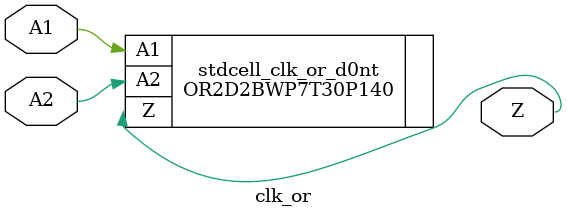
<source format=v>
module icg(output Q, input TE, CP, E);

`ifdef FPGA
    assign Q = CP;
`elsif SMIC12
    // CLKLANQV4_96S7P5T16R stdcell_icg_d0nt(.Q(Q),.TE(TE),.CK(CP),.E(E));
    CLKLANQV4_96S7P5T24R stdcell_icg_d0nt(.Q(Q),.TE(TE),.CK(CP),.E(E));
`else
    CKLNQD2BWP7T30P140 stdcell_icg_d0nt(.Q(Q),.TE(TE),.CP(CP),.E(E));
`endif

endmodule


module clk_mux(output Z ,input I1,I0,S );
`ifdef FPGA
    assign Z = S ? I1 : I0;
`elsif SMIC12
//  CLKMUX2V2_96S7P5T16R stdcell_clk_mux_d0nt(.Z(Z), .I1(I1), .I0(I0), .S(S));
 CLKMUX2V2_96S7P5T24R stdcell_clk_mux_d0nt(.Z(Z), .I1(I1), .I0(I0), .S(S));

`else

 CKMUX2D2BWP7T30P140 stdcell_clk_mux_d0nt(.Z(Z), .I1(I1), .I0(I0), .S(S));

`endif

endmodule


module clk_buf(output Z ,input I );

`ifdef FPGA
    assign Z = I;
`elsif SMIC12

//  CLKBUFV4_96S7P5T16R stdcell_clk_buf_d0nt(.Z(Z), .I(I));
 CLKBUFV4_96S7P5T24R stdcell_clk_buf_d0nt(.Z(Z), .I(I));
`else

 CKBD2BWP7T30P140 stdcell_clk_buf_d0nt(.Z(Z), .I(I));
`endif

endmodule

module clk_inv(output ZN ,input I );

`ifdef FPGA
    assign ZN = ~I;
`elsif SMIC12
//  CLKINV4_96S7P5T16R stdcell_clk_inv_d0nt(.ZN(ZN), .I(I));
 CLKINV4_96S7P5T24R stdcell_clk_inv_d0nt(.ZN(ZN), .I(I));

`else

 CKND2BWP7T30P140 stdcell_clk_inv_d0nt(.ZN(ZN), .I(I));

`endif

endmodule

module logic_buf(output Z ,input I );

`ifdef FPGA
    assign Z = I;
`elsif SMIC12
//  BUFV4_96S7P5T16R stdcell_logic_buf_d0nt(.Z(Z), .I(I));
 BUFV4_96S7P5T24R stdcell_logic_buf_d0nt(.Z(Z), .I(I));
`else
 BUFFD2BWP7T30P140 stdcell_logic_buf_d0nt(.Z(Z), .I(I));
`endif

endmodule


module cmn_buf(output Z ,input I);

`ifdef FPGA
    assign Z = I;
`elsif SMIC12
//  BUFV4_96S7P5T16R stdcell_cmn_buf_d0nt(.Z(Z), .I(I));
 BUFV4_96S7P5T24R stdcell_cmn_buf_d0nt(.Z(Z), .I(I));
`else
 BUFFD2BWP7T30P140 stdcell_cmn_buf_d0nt(.Z(Z), .I(I));
`endif
endmodule

module clk_or(output Z , input A1, input A2);

`ifdef FPGA
    assign Z = A1 | A2;
`elsif SMIC12
//  CLKOR2V2_96S7P5T16R stdcell_clk_or_d0nt(.Z(Z),.A1(A1),.A2(A2));
 CLKOR2V2_96S7P5T24R stdcell_clk_or_d0nt(.Z(Z),.A1(A1),.A2(A2));
`else
 OR2D2BWP7T30P140 stdcell_clk_or_d0nt(.Z(Z),.A1(A1),.A2(A2));
`endif
endmodule



</source>
